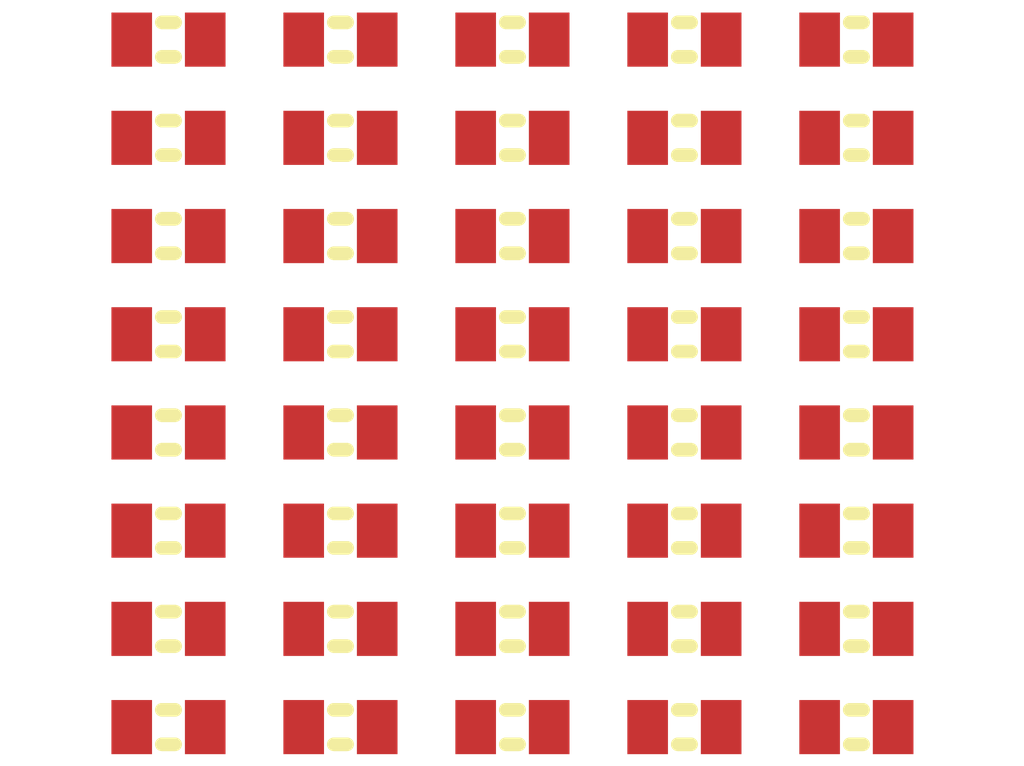
<source format=kicad_pcb>
(kicad_pcb (version 20170123) (host pcbnew "(2017-02-01 revision 9319ef0)-master")

  (general
    (links 0)
    (no_connects 0)
    (area 22.185476 16.554999 48.934524 31.705001)
    (thickness 1.6)
    (drawings 0)
    (tracks 0)
    (zones 0)
    (modules 40)
    (nets 1)
  )

  (page A4)
  (layers
    (0 F.Cu signal)
    (31 B.Cu signal)
    (32 B.Adhes user)
    (33 F.Adhes user)
    (34 B.Paste user)
    (35 F.Paste user)
    (36 B.SilkS user)
    (37 F.SilkS user)
    (38 B.Mask user)
    (39 F.Mask user)
    (40 Dwgs.User user)
    (41 Cmts.User user)
    (42 Eco1.User user)
    (43 Eco2.User user)
    (44 Edge.Cuts user)
    (45 Margin user)
    (46 B.CrtYd user)
    (47 F.CrtYd user)
    (48 B.Fab user)
    (49 F.Fab user)
  )

  (setup
    (last_trace_width 0.25)
    (trace_clearance 0.2)
    (zone_clearance 0.508)
    (zone_45_only no)
    (trace_min 0.2)
    (segment_width 0.2)
    (edge_width 0.15)
    (via_size 0.8)
    (via_drill 0.4)
    (via_min_size 0.4)
    (via_min_drill 0.3)
    (uvia_size 0.3)
    (uvia_drill 0.1)
    (uvias_allowed no)
    (uvia_min_size 0.2)
    (uvia_min_drill 0.1)
    (pcb_text_width 0.3)
    (pcb_text_size 1.5 1.5)
    (mod_edge_width 0.15)
    (mod_text_size 1 1)
    (mod_text_width 0.15)
    (pad_size 1.524 1.524)
    (pad_drill 0.762)
    (pad_to_mask_clearance 0.2)
    (aux_axis_origin 0 0)
    (visible_elements FFFFFF7F)
    (pcbplotparams
      (layerselection 0x00030_ffffffff)
      (usegerberextensions false)
      (excludeedgelayer true)
      (linewidth 0.100000)
      (plotframeref false)
      (viasonmask false)
      (mode 1)
      (useauxorigin false)
      (hpglpennumber 1)
      (hpglpenspeed 20)
      (hpglpendiameter 15)
      (psnegative false)
      (psa4output false)
      (plotreference true)
      (plotvalue true)
      (plotinvisibletext false)
      (padsonsilk false)
      (subtractmaskfromsilk false)
      (outputformat 1)
      (mirror false)
      (drillshape 1)
      (scaleselection 1)
      (outputdirectory ""))
  )

  (net 0 "")

  (net_class Default "This is the default net class."
    (clearance 0.2)
    (trace_width 0.25)
    (via_dia 0.8)
    (via_drill 0.4)
    (uvia_dia 0.3)
    (uvia_drill 0.1)
  )

  (module RESC2012X70 (layer F.Cu) (tedit 5893ACB5) (tstamp 5893B3A6)
    (at 31.115 33.02)
    (descr "Resistor,Chip;2.00mm L X 1.25mm W X 0.70mm H")
    (attr smd)
    (fp_text reference REF** (at 0 0) (layer F.SilkS) hide
      (effects (font (size 0.8 0.8) (thickness 0.15)))
    )
    (fp_text value RESC2012X70 (at 0 0) (layer F.Fab)
      (effects (font (size 0.8 0.8) (thickness 0.15)))
    )
    (fp_line (start -1.725 0.95) (end -1.725 -0.95) (layer F.CrtYd) (width 0.15))
    (fp_line (start 1.725 0.95) (end -1.725 0.95) (layer F.CrtYd) (width 0.15))
    (fp_line (start 1.725 -0.95) (end 1.725 0.95) (layer F.CrtYd) (width 0.15))
    (fp_line (start -1.725 -0.95) (end 1.725 -0.95) (layer F.CrtYd) (width 0.15))
    (fp_line (start 0.171 -0.446) (end -0.171 -0.446) (layer F.SilkS) (width 0.35))
    (fp_line (start -0.171 -0.446) (end 0.171 -0.446) (layer F.SilkS) (width 0.35))
    (fp_line (start 0.171 0.446) (end -0.171 0.446) (layer F.SilkS) (width 0.35))
    (fp_line (start -0.171 0.446) (end 0.171 0.446) (layer F.SilkS) (width 0.35))
    (pad 2 smd rect (at 0.95 0) (size 1.05 1.4) (layers F.Cu F.Paste F.Mask))
    (pad 1 smd rect (at -0.95 0) (size 1.05 1.4) (layers F.Cu F.Paste F.Mask))
    (model /home/kammutierspule/Gliderbits/kicad3Dmodels/generated/Resistors/Chip/EIA0805_METRIC2012/000.wrl
      (at (xyz 0 0 0))
      (scale (xyz 1 1 1))
      (rotate (xyz 0 0 0))
    )
  )

  (module RESC2012X70 (layer F.Cu) (tedit 5893ACB5) (tstamp 5893B399)
    (at 26.67 33.02)
    (descr "Resistor,Chip;2.00mm L X 1.25mm W X 0.70mm H")
    (attr smd)
    (fp_text reference REF** (at 0 0) (layer F.SilkS) hide
      (effects (font (size 0.8 0.8) (thickness 0.15)))
    )
    (fp_text value RESC2012X70 (at 0 0) (layer F.Fab)
      (effects (font (size 0.8 0.8) (thickness 0.15)))
    )
    (fp_line (start -0.171 0.446) (end 0.171 0.446) (layer F.SilkS) (width 0.35))
    (fp_line (start 0.171 0.446) (end -0.171 0.446) (layer F.SilkS) (width 0.35))
    (fp_line (start -0.171 -0.446) (end 0.171 -0.446) (layer F.SilkS) (width 0.35))
    (fp_line (start 0.171 -0.446) (end -0.171 -0.446) (layer F.SilkS) (width 0.35))
    (fp_line (start -1.725 -0.95) (end 1.725 -0.95) (layer F.CrtYd) (width 0.15))
    (fp_line (start 1.725 -0.95) (end 1.725 0.95) (layer F.CrtYd) (width 0.15))
    (fp_line (start 1.725 0.95) (end -1.725 0.95) (layer F.CrtYd) (width 0.15))
    (fp_line (start -1.725 0.95) (end -1.725 -0.95) (layer F.CrtYd) (width 0.15))
    (pad 1 smd rect (at -0.95 0) (size 1.05 1.4) (layers F.Cu F.Paste F.Mask))
    (pad 2 smd rect (at 0.95 0) (size 1.05 1.4) (layers F.Cu F.Paste F.Mask))
    (model /home/kammutierspule/Gliderbits/kicad3Dmodels/generated/Resistors/Chip/EIA0805_METRIC2012/000.wrl
      (at (xyz 0 0 0))
      (scale (xyz 1 1 1))
      (rotate (xyz 0 0 0))
    )
  )

  (module RESC2012X70 (layer F.Cu) (tedit 5893ACB5) (tstamp 5893B38C)
    (at 44.45 33.02)
    (descr "Resistor,Chip;2.00mm L X 1.25mm W X 0.70mm H")
    (attr smd)
    (fp_text reference REF** (at 0 0) (layer F.SilkS) hide
      (effects (font (size 0.8 0.8) (thickness 0.15)))
    )
    (fp_text value RESC2012X70 (at 0 0) (layer F.Fab)
      (effects (font (size 0.8 0.8) (thickness 0.15)))
    )
    (fp_line (start -0.171 0.446) (end 0.171 0.446) (layer F.SilkS) (width 0.35))
    (fp_line (start 0.171 0.446) (end -0.171 0.446) (layer F.SilkS) (width 0.35))
    (fp_line (start -0.171 -0.446) (end 0.171 -0.446) (layer F.SilkS) (width 0.35))
    (fp_line (start 0.171 -0.446) (end -0.171 -0.446) (layer F.SilkS) (width 0.35))
    (fp_line (start -1.725 -0.95) (end 1.725 -0.95) (layer F.CrtYd) (width 0.15))
    (fp_line (start 1.725 -0.95) (end 1.725 0.95) (layer F.CrtYd) (width 0.15))
    (fp_line (start 1.725 0.95) (end -1.725 0.95) (layer F.CrtYd) (width 0.15))
    (fp_line (start -1.725 0.95) (end -1.725 -0.95) (layer F.CrtYd) (width 0.15))
    (pad 1 smd rect (at -0.95 0) (size 1.05 1.4) (layers F.Cu F.Paste F.Mask))
    (pad 2 smd rect (at 0.95 0) (size 1.05 1.4) (layers F.Cu F.Paste F.Mask))
    (model /home/kammutierspule/Gliderbits/kicad3Dmodels/generated/Resistors/Chip/EIA0805_METRIC2012/000.wrl
      (at (xyz 0 0 0))
      (scale (xyz 1 1 1))
      (rotate (xyz 0 0 0))
    )
  )

  (module RESC2012X70 (layer F.Cu) (tedit 5893ACB5) (tstamp 5893B37F)
    (at 40.005 33.02)
    (descr "Resistor,Chip;2.00mm L X 1.25mm W X 0.70mm H")
    (attr smd)
    (fp_text reference REF** (at 0 0) (layer F.SilkS) hide
      (effects (font (size 0.8 0.8) (thickness 0.15)))
    )
    (fp_text value RESC2012X70 (at 0 0) (layer F.Fab)
      (effects (font (size 0.8 0.8) (thickness 0.15)))
    )
    (fp_line (start -1.725 0.95) (end -1.725 -0.95) (layer F.CrtYd) (width 0.15))
    (fp_line (start 1.725 0.95) (end -1.725 0.95) (layer F.CrtYd) (width 0.15))
    (fp_line (start 1.725 -0.95) (end 1.725 0.95) (layer F.CrtYd) (width 0.15))
    (fp_line (start -1.725 -0.95) (end 1.725 -0.95) (layer F.CrtYd) (width 0.15))
    (fp_line (start 0.171 -0.446) (end -0.171 -0.446) (layer F.SilkS) (width 0.35))
    (fp_line (start -0.171 -0.446) (end 0.171 -0.446) (layer F.SilkS) (width 0.35))
    (fp_line (start 0.171 0.446) (end -0.171 0.446) (layer F.SilkS) (width 0.35))
    (fp_line (start -0.171 0.446) (end 0.171 0.446) (layer F.SilkS) (width 0.35))
    (pad 2 smd rect (at 0.95 0) (size 1.05 1.4) (layers F.Cu F.Paste F.Mask))
    (pad 1 smd rect (at -0.95 0) (size 1.05 1.4) (layers F.Cu F.Paste F.Mask))
    (model /home/kammutierspule/Gliderbits/kicad3Dmodels/generated/Resistors/Chip/EIA0805_METRIC2012/000.wrl
      (at (xyz 0 0 0))
      (scale (xyz 1 1 1))
      (rotate (xyz 0 0 0))
    )
  )

  (module RESC2012X70 (layer F.Cu) (tedit 5893ACB5) (tstamp 5893B372)
    (at 35.56 33.02)
    (descr "Resistor,Chip;2.00mm L X 1.25mm W X 0.70mm H")
    (attr smd)
    (fp_text reference REF** (at 0 0) (layer F.SilkS) hide
      (effects (font (size 0.8 0.8) (thickness 0.15)))
    )
    (fp_text value RESC2012X70 (at 0 0) (layer F.Fab)
      (effects (font (size 0.8 0.8) (thickness 0.15)))
    )
    (fp_line (start -0.171 0.446) (end 0.171 0.446) (layer F.SilkS) (width 0.35))
    (fp_line (start 0.171 0.446) (end -0.171 0.446) (layer F.SilkS) (width 0.35))
    (fp_line (start -0.171 -0.446) (end 0.171 -0.446) (layer F.SilkS) (width 0.35))
    (fp_line (start 0.171 -0.446) (end -0.171 -0.446) (layer F.SilkS) (width 0.35))
    (fp_line (start -1.725 -0.95) (end 1.725 -0.95) (layer F.CrtYd) (width 0.15))
    (fp_line (start 1.725 -0.95) (end 1.725 0.95) (layer F.CrtYd) (width 0.15))
    (fp_line (start 1.725 0.95) (end -1.725 0.95) (layer F.CrtYd) (width 0.15))
    (fp_line (start -1.725 0.95) (end -1.725 -0.95) (layer F.CrtYd) (width 0.15))
    (pad 1 smd rect (at -0.95 0) (size 1.05 1.4) (layers F.Cu F.Paste F.Mask))
    (pad 2 smd rect (at 0.95 0) (size 1.05 1.4) (layers F.Cu F.Paste F.Mask))
    (model /home/kammutierspule/Gliderbits/kicad3Dmodels/generated/Resistors/Chip/EIA0805_METRIC2012/000.wrl
      (at (xyz 0 0 0))
      (scale (xyz 1 1 1))
      (rotate (xyz 0 0 0))
    )
  )

  (module RESC2012X70 (layer F.Cu) (tedit 5893ACB5) (tstamp 5893B365)
    (at 31.115 15.24)
    (descr "Resistor,Chip;2.00mm L X 1.25mm W X 0.70mm H")
    (attr smd)
    (fp_text reference REF** (at 0 0) (layer F.SilkS) hide
      (effects (font (size 0.8 0.8) (thickness 0.15)))
    )
    (fp_text value RESC2012X70 (at 0 0) (layer F.Fab)
      (effects (font (size 0.8 0.8) (thickness 0.15)))
    )
    (fp_line (start -0.171 0.446) (end 0.171 0.446) (layer F.SilkS) (width 0.35))
    (fp_line (start 0.171 0.446) (end -0.171 0.446) (layer F.SilkS) (width 0.35))
    (fp_line (start -0.171 -0.446) (end 0.171 -0.446) (layer F.SilkS) (width 0.35))
    (fp_line (start 0.171 -0.446) (end -0.171 -0.446) (layer F.SilkS) (width 0.35))
    (fp_line (start -1.725 -0.95) (end 1.725 -0.95) (layer F.CrtYd) (width 0.15))
    (fp_line (start 1.725 -0.95) (end 1.725 0.95) (layer F.CrtYd) (width 0.15))
    (fp_line (start 1.725 0.95) (end -1.725 0.95) (layer F.CrtYd) (width 0.15))
    (fp_line (start -1.725 0.95) (end -1.725 -0.95) (layer F.CrtYd) (width 0.15))
    (pad 1 smd rect (at -0.95 0) (size 1.05 1.4) (layers F.Cu F.Paste F.Mask))
    (pad 2 smd rect (at 0.95 0) (size 1.05 1.4) (layers F.Cu F.Paste F.Mask))
    (model /home/kammutierspule/Gliderbits/kicad3Dmodels/generated/Resistors/Chip/EIA0805_METRIC2012/000.wrl
      (at (xyz 0 0 0))
      (scale (xyz 1 1 1))
      (rotate (xyz 0 0 0))
    )
  )

  (module RESC2012X70 (layer F.Cu) (tedit 5893ACB5) (tstamp 5893B358)
    (at 26.67 15.24)
    (descr "Resistor,Chip;2.00mm L X 1.25mm W X 0.70mm H")
    (attr smd)
    (fp_text reference REF** (at 0 0) (layer F.SilkS) hide
      (effects (font (size 0.8 0.8) (thickness 0.15)))
    )
    (fp_text value RESC2012X70 (at 0 0) (layer F.Fab)
      (effects (font (size 0.8 0.8) (thickness 0.15)))
    )
    (fp_line (start -1.725 0.95) (end -1.725 -0.95) (layer F.CrtYd) (width 0.15))
    (fp_line (start 1.725 0.95) (end -1.725 0.95) (layer F.CrtYd) (width 0.15))
    (fp_line (start 1.725 -0.95) (end 1.725 0.95) (layer F.CrtYd) (width 0.15))
    (fp_line (start -1.725 -0.95) (end 1.725 -0.95) (layer F.CrtYd) (width 0.15))
    (fp_line (start 0.171 -0.446) (end -0.171 -0.446) (layer F.SilkS) (width 0.35))
    (fp_line (start -0.171 -0.446) (end 0.171 -0.446) (layer F.SilkS) (width 0.35))
    (fp_line (start 0.171 0.446) (end -0.171 0.446) (layer F.SilkS) (width 0.35))
    (fp_line (start -0.171 0.446) (end 0.171 0.446) (layer F.SilkS) (width 0.35))
    (pad 2 smd rect (at 0.95 0) (size 1.05 1.4) (layers F.Cu F.Paste F.Mask))
    (pad 1 smd rect (at -0.95 0) (size 1.05 1.4) (layers F.Cu F.Paste F.Mask))
    (model /home/kammutierspule/Gliderbits/kicad3Dmodels/generated/Resistors/Chip/EIA0805_METRIC2012/000.wrl
      (at (xyz 0 0 0))
      (scale (xyz 1 1 1))
      (rotate (xyz 0 0 0))
    )
  )

  (module RESC2012X70 (layer F.Cu) (tedit 5893ACB5) (tstamp 5893B34B)
    (at 35.56 15.24)
    (descr "Resistor,Chip;2.00mm L X 1.25mm W X 0.70mm H")
    (attr smd)
    (fp_text reference REF** (at 0 0) (layer F.SilkS) hide
      (effects (font (size 0.8 0.8) (thickness 0.15)))
    )
    (fp_text value RESC2012X70 (at 0 0) (layer F.Fab)
      (effects (font (size 0.8 0.8) (thickness 0.15)))
    )
    (fp_line (start -1.725 0.95) (end -1.725 -0.95) (layer F.CrtYd) (width 0.15))
    (fp_line (start 1.725 0.95) (end -1.725 0.95) (layer F.CrtYd) (width 0.15))
    (fp_line (start 1.725 -0.95) (end 1.725 0.95) (layer F.CrtYd) (width 0.15))
    (fp_line (start -1.725 -0.95) (end 1.725 -0.95) (layer F.CrtYd) (width 0.15))
    (fp_line (start 0.171 -0.446) (end -0.171 -0.446) (layer F.SilkS) (width 0.35))
    (fp_line (start -0.171 -0.446) (end 0.171 -0.446) (layer F.SilkS) (width 0.35))
    (fp_line (start 0.171 0.446) (end -0.171 0.446) (layer F.SilkS) (width 0.35))
    (fp_line (start -0.171 0.446) (end 0.171 0.446) (layer F.SilkS) (width 0.35))
    (pad 2 smd rect (at 0.95 0) (size 1.05 1.4) (layers F.Cu F.Paste F.Mask))
    (pad 1 smd rect (at -0.95 0) (size 1.05 1.4) (layers F.Cu F.Paste F.Mask))
    (model /home/kammutierspule/Gliderbits/kicad3Dmodels/generated/Resistors/Chip/EIA0805_METRIC2012/000.wrl
      (at (xyz 0 0 0))
      (scale (xyz 1 1 1))
      (rotate (xyz 0 0 0))
    )
  )

  (module RESC2012X70 (layer F.Cu) (tedit 5893ACB5) (tstamp 5893B33E)
    (at 40.005 15.24)
    (descr "Resistor,Chip;2.00mm L X 1.25mm W X 0.70mm H")
    (attr smd)
    (fp_text reference REF** (at 0 0) (layer F.SilkS) hide
      (effects (font (size 0.8 0.8) (thickness 0.15)))
    )
    (fp_text value RESC2012X70 (at 0 0) (layer F.Fab)
      (effects (font (size 0.8 0.8) (thickness 0.15)))
    )
    (fp_line (start -0.171 0.446) (end 0.171 0.446) (layer F.SilkS) (width 0.35))
    (fp_line (start 0.171 0.446) (end -0.171 0.446) (layer F.SilkS) (width 0.35))
    (fp_line (start -0.171 -0.446) (end 0.171 -0.446) (layer F.SilkS) (width 0.35))
    (fp_line (start 0.171 -0.446) (end -0.171 -0.446) (layer F.SilkS) (width 0.35))
    (fp_line (start -1.725 -0.95) (end 1.725 -0.95) (layer F.CrtYd) (width 0.15))
    (fp_line (start 1.725 -0.95) (end 1.725 0.95) (layer F.CrtYd) (width 0.15))
    (fp_line (start 1.725 0.95) (end -1.725 0.95) (layer F.CrtYd) (width 0.15))
    (fp_line (start -1.725 0.95) (end -1.725 -0.95) (layer F.CrtYd) (width 0.15))
    (pad 1 smd rect (at -0.95 0) (size 1.05 1.4) (layers F.Cu F.Paste F.Mask))
    (pad 2 smd rect (at 0.95 0) (size 1.05 1.4) (layers F.Cu F.Paste F.Mask))
    (model /home/kammutierspule/Gliderbits/kicad3Dmodels/generated/Resistors/Chip/EIA0805_METRIC2012/000.wrl
      (at (xyz 0 0 0))
      (scale (xyz 1 1 1))
      (rotate (xyz 0 0 0))
    )
  )

  (module RESC2012X70 (layer F.Cu) (tedit 5893ACB5) (tstamp 5893B331)
    (at 44.45 15.24)
    (descr "Resistor,Chip;2.00mm L X 1.25mm W X 0.70mm H")
    (attr smd)
    (fp_text reference REF** (at 0 0) (layer F.SilkS) hide
      (effects (font (size 0.8 0.8) (thickness 0.15)))
    )
    (fp_text value RESC2012X70 (at 0 0) (layer F.Fab)
      (effects (font (size 0.8 0.8) (thickness 0.15)))
    )
    (fp_line (start -1.725 0.95) (end -1.725 -0.95) (layer F.CrtYd) (width 0.15))
    (fp_line (start 1.725 0.95) (end -1.725 0.95) (layer F.CrtYd) (width 0.15))
    (fp_line (start 1.725 -0.95) (end 1.725 0.95) (layer F.CrtYd) (width 0.15))
    (fp_line (start -1.725 -0.95) (end 1.725 -0.95) (layer F.CrtYd) (width 0.15))
    (fp_line (start 0.171 -0.446) (end -0.171 -0.446) (layer F.SilkS) (width 0.35))
    (fp_line (start -0.171 -0.446) (end 0.171 -0.446) (layer F.SilkS) (width 0.35))
    (fp_line (start 0.171 0.446) (end -0.171 0.446) (layer F.SilkS) (width 0.35))
    (fp_line (start -0.171 0.446) (end 0.171 0.446) (layer F.SilkS) (width 0.35))
    (pad 2 smd rect (at 0.95 0) (size 1.05 1.4) (layers F.Cu F.Paste F.Mask))
    (pad 1 smd rect (at -0.95 0) (size 1.05 1.4) (layers F.Cu F.Paste F.Mask))
    (model /home/kammutierspule/Gliderbits/kicad3Dmodels/generated/Resistors/Chip/EIA0805_METRIC2012/000.wrl
      (at (xyz 0 0 0))
      (scale (xyz 1 1 1))
      (rotate (xyz 0 0 0))
    )
  )

  (module RESC2012X70 (layer F.Cu) (tedit 5893ACB5) (tstamp 5893B307)
    (at 35.56 17.78)
    (descr "Resistor,Chip;2.00mm L X 1.25mm W X 0.70mm H")
    (attr smd)
    (fp_text reference REF** (at 0 0) (layer F.SilkS) hide
      (effects (font (size 0.8 0.8) (thickness 0.15)))
    )
    (fp_text value RESC2012X70 (at 0 0) (layer F.Fab)
      (effects (font (size 0.8 0.8) (thickness 0.15)))
    )
    (fp_line (start -0.171 0.446) (end 0.171 0.446) (layer F.SilkS) (width 0.35))
    (fp_line (start 0.171 0.446) (end -0.171 0.446) (layer F.SilkS) (width 0.35))
    (fp_line (start -0.171 -0.446) (end 0.171 -0.446) (layer F.SilkS) (width 0.35))
    (fp_line (start 0.171 -0.446) (end -0.171 -0.446) (layer F.SilkS) (width 0.35))
    (fp_line (start -1.725 -0.95) (end 1.725 -0.95) (layer F.CrtYd) (width 0.15))
    (fp_line (start 1.725 -0.95) (end 1.725 0.95) (layer F.CrtYd) (width 0.15))
    (fp_line (start 1.725 0.95) (end -1.725 0.95) (layer F.CrtYd) (width 0.15))
    (fp_line (start -1.725 0.95) (end -1.725 -0.95) (layer F.CrtYd) (width 0.15))
    (pad 1 smd rect (at -0.95 0) (size 1.05 1.4) (layers F.Cu F.Paste F.Mask))
    (pad 2 smd rect (at 0.95 0) (size 1.05 1.4) (layers F.Cu F.Paste F.Mask))
    (model /home/kammutierspule/Gliderbits/kicad3Dmodels/generated/Resistors/Chip/EIA0805_METRIC2012/000.wrl
      (at (xyz 0 0 0))
      (scale (xyz 1 1 1))
      (rotate (xyz 0 0 0))
    )
  )

  (module RESC2012X70 (layer F.Cu) (tedit 5893ACB5) (tstamp 5893B2FA)
    (at 31.115 17.78)
    (descr "Resistor,Chip;2.00mm L X 1.25mm W X 0.70mm H")
    (attr smd)
    (fp_text reference REF** (at 0 0) (layer F.SilkS) hide
      (effects (font (size 0.8 0.8) (thickness 0.15)))
    )
    (fp_text value RESC2012X70 (at 0 0) (layer F.Fab)
      (effects (font (size 0.8 0.8) (thickness 0.15)))
    )
    (fp_line (start -1.725 0.95) (end -1.725 -0.95) (layer F.CrtYd) (width 0.15))
    (fp_line (start 1.725 0.95) (end -1.725 0.95) (layer F.CrtYd) (width 0.15))
    (fp_line (start 1.725 -0.95) (end 1.725 0.95) (layer F.CrtYd) (width 0.15))
    (fp_line (start -1.725 -0.95) (end 1.725 -0.95) (layer F.CrtYd) (width 0.15))
    (fp_line (start 0.171 -0.446) (end -0.171 -0.446) (layer F.SilkS) (width 0.35))
    (fp_line (start -0.171 -0.446) (end 0.171 -0.446) (layer F.SilkS) (width 0.35))
    (fp_line (start 0.171 0.446) (end -0.171 0.446) (layer F.SilkS) (width 0.35))
    (fp_line (start -0.171 0.446) (end 0.171 0.446) (layer F.SilkS) (width 0.35))
    (pad 2 smd rect (at 0.95 0) (size 1.05 1.4) (layers F.Cu F.Paste F.Mask))
    (pad 1 smd rect (at -0.95 0) (size 1.05 1.4) (layers F.Cu F.Paste F.Mask))
    (model /home/kammutierspule/Gliderbits/kicad3Dmodels/generated/Resistors/Chip/EIA0805_METRIC2012/000.wrl
      (at (xyz 0 0 0))
      (scale (xyz 1 1 1))
      (rotate (xyz 0 0 0))
    )
  )

  (module RESC2012X70 (layer F.Cu) (tedit 5893ACB5) (tstamp 5893B084)
    (at 26.67 17.78)
    (descr "Resistor,Chip;2.00mm L X 1.25mm W X 0.70mm H")
    (attr smd)
    (fp_text reference REF** (at 0 0) (layer F.SilkS) hide
      (effects (font (size 0.8 0.8) (thickness 0.15)))
    )
    (fp_text value RESC2012X70 (at 0 0) (layer F.Fab)
      (effects (font (size 0.8 0.8) (thickness 0.15)))
    )
    (fp_line (start -0.171 0.446) (end 0.171 0.446) (layer F.SilkS) (width 0.35))
    (fp_line (start 0.171 0.446) (end -0.171 0.446) (layer F.SilkS) (width 0.35))
    (fp_line (start -0.171 -0.446) (end 0.171 -0.446) (layer F.SilkS) (width 0.35))
    (fp_line (start 0.171 -0.446) (end -0.171 -0.446) (layer F.SilkS) (width 0.35))
    (fp_line (start -1.725 -0.95) (end 1.725 -0.95) (layer F.CrtYd) (width 0.15))
    (fp_line (start 1.725 -0.95) (end 1.725 0.95) (layer F.CrtYd) (width 0.15))
    (fp_line (start 1.725 0.95) (end -1.725 0.95) (layer F.CrtYd) (width 0.15))
    (fp_line (start -1.725 0.95) (end -1.725 -0.95) (layer F.CrtYd) (width 0.15))
    (pad 1 smd rect (at -0.95 0) (size 1.05 1.4) (layers F.Cu F.Paste F.Mask))
    (pad 2 smd rect (at 0.95 0) (size 1.05 1.4) (layers F.Cu F.Paste F.Mask))
    (model /home/kammutierspule/Gliderbits/kicad3Dmodels/generated/Resistors/Chip/EIA0805_METRIC2012/000.wrl
      (at (xyz 0 0 0))
      (scale (xyz 1 1 1))
      (rotate (xyz 0 0 0))
    )
  )

  (module RESC2012X70 (layer F.Cu) (tedit 5893ACB5) (tstamp 5893B077)
    (at 40.005 17.78)
    (descr "Resistor,Chip;2.00mm L X 1.25mm W X 0.70mm H")
    (attr smd)
    (fp_text reference REF** (at 0 0) (layer F.SilkS) hide
      (effects (font (size 0.8 0.8) (thickness 0.15)))
    )
    (fp_text value RESC2012X70 (at 0 0) (layer F.Fab)
      (effects (font (size 0.8 0.8) (thickness 0.15)))
    )
    (fp_line (start -1.725 0.95) (end -1.725 -0.95) (layer F.CrtYd) (width 0.15))
    (fp_line (start 1.725 0.95) (end -1.725 0.95) (layer F.CrtYd) (width 0.15))
    (fp_line (start 1.725 -0.95) (end 1.725 0.95) (layer F.CrtYd) (width 0.15))
    (fp_line (start -1.725 -0.95) (end 1.725 -0.95) (layer F.CrtYd) (width 0.15))
    (fp_line (start 0.171 -0.446) (end -0.171 -0.446) (layer F.SilkS) (width 0.35))
    (fp_line (start -0.171 -0.446) (end 0.171 -0.446) (layer F.SilkS) (width 0.35))
    (fp_line (start 0.171 0.446) (end -0.171 0.446) (layer F.SilkS) (width 0.35))
    (fp_line (start -0.171 0.446) (end 0.171 0.446) (layer F.SilkS) (width 0.35))
    (pad 2 smd rect (at 0.95 0) (size 1.05 1.4) (layers F.Cu F.Paste F.Mask))
    (pad 1 smd rect (at -0.95 0) (size 1.05 1.4) (layers F.Cu F.Paste F.Mask))
    (model /home/kammutierspule/Gliderbits/kicad3Dmodels/generated/Resistors/Chip/EIA0805_METRIC2012/000.wrl
      (at (xyz 0 0 0))
      (scale (xyz 1 1 1))
      (rotate (xyz 0 0 0))
    )
  )

  (module RESC2012X70 (layer F.Cu) (tedit 5893ACB5) (tstamp 5893B06A)
    (at 44.45 17.78)
    (descr "Resistor,Chip;2.00mm L X 1.25mm W X 0.70mm H")
    (attr smd)
    (fp_text reference REF** (at 0 0) (layer F.SilkS) hide
      (effects (font (size 0.8 0.8) (thickness 0.15)))
    )
    (fp_text value RESC2012X70 (at 0 0) (layer F.Fab)
      (effects (font (size 0.8 0.8) (thickness 0.15)))
    )
    (fp_line (start -0.171 0.446) (end 0.171 0.446) (layer F.SilkS) (width 0.35))
    (fp_line (start 0.171 0.446) (end -0.171 0.446) (layer F.SilkS) (width 0.35))
    (fp_line (start -0.171 -0.446) (end 0.171 -0.446) (layer F.SilkS) (width 0.35))
    (fp_line (start 0.171 -0.446) (end -0.171 -0.446) (layer F.SilkS) (width 0.35))
    (fp_line (start -1.725 -0.95) (end 1.725 -0.95) (layer F.CrtYd) (width 0.15))
    (fp_line (start 1.725 -0.95) (end 1.725 0.95) (layer F.CrtYd) (width 0.15))
    (fp_line (start 1.725 0.95) (end -1.725 0.95) (layer F.CrtYd) (width 0.15))
    (fp_line (start -1.725 0.95) (end -1.725 -0.95) (layer F.CrtYd) (width 0.15))
    (pad 1 smd rect (at -0.95 0) (size 1.05 1.4) (layers F.Cu F.Paste F.Mask))
    (pad 2 smd rect (at 0.95 0) (size 1.05 1.4) (layers F.Cu F.Paste F.Mask))
    (model /home/kammutierspule/Gliderbits/kicad3Dmodels/generated/Resistors/Chip/EIA0805_METRIC2012/000.wrl
      (at (xyz 0 0 0))
      (scale (xyz 1 1 1))
      (rotate (xyz 0 0 0))
    )
  )

  (module RESC2012X70 (layer F.Cu) (tedit 5893ACB5) (tstamp 5893B05D)
    (at 44.45 20.32)
    (descr "Resistor,Chip;2.00mm L X 1.25mm W X 0.70mm H")
    (attr smd)
    (fp_text reference REF** (at 0 0) (layer F.SilkS) hide
      (effects (font (size 0.8 0.8) (thickness 0.15)))
    )
    (fp_text value RESC2012X70 (at 0 0) (layer F.Fab)
      (effects (font (size 0.8 0.8) (thickness 0.15)))
    )
    (fp_line (start -1.725 0.95) (end -1.725 -0.95) (layer F.CrtYd) (width 0.15))
    (fp_line (start 1.725 0.95) (end -1.725 0.95) (layer F.CrtYd) (width 0.15))
    (fp_line (start 1.725 -0.95) (end 1.725 0.95) (layer F.CrtYd) (width 0.15))
    (fp_line (start -1.725 -0.95) (end 1.725 -0.95) (layer F.CrtYd) (width 0.15))
    (fp_line (start 0.171 -0.446) (end -0.171 -0.446) (layer F.SilkS) (width 0.35))
    (fp_line (start -0.171 -0.446) (end 0.171 -0.446) (layer F.SilkS) (width 0.35))
    (fp_line (start 0.171 0.446) (end -0.171 0.446) (layer F.SilkS) (width 0.35))
    (fp_line (start -0.171 0.446) (end 0.171 0.446) (layer F.SilkS) (width 0.35))
    (pad 2 smd rect (at 0.95 0) (size 1.05 1.4) (layers F.Cu F.Paste F.Mask))
    (pad 1 smd rect (at -0.95 0) (size 1.05 1.4) (layers F.Cu F.Paste F.Mask))
    (model /home/kammutierspule/Gliderbits/kicad3Dmodels/generated/Resistors/Chip/EIA0805_METRIC2012/000.wrl
      (at (xyz 0 0 0))
      (scale (xyz 1 1 1))
      (rotate (xyz 0 0 0))
    )
  )

  (module RESC2012X70 (layer F.Cu) (tedit 5893ACB5) (tstamp 5893B050)
    (at 44.45 22.86)
    (descr "Resistor,Chip;2.00mm L X 1.25mm W X 0.70mm H")
    (attr smd)
    (fp_text reference REF** (at 0 0) (layer F.SilkS) hide
      (effects (font (size 0.8 0.8) (thickness 0.15)))
    )
    (fp_text value RESC2012X70 (at 0 0) (layer F.Fab)
      (effects (font (size 0.8 0.8) (thickness 0.15)))
    )
    (fp_line (start -0.171 0.446) (end 0.171 0.446) (layer F.SilkS) (width 0.35))
    (fp_line (start 0.171 0.446) (end -0.171 0.446) (layer F.SilkS) (width 0.35))
    (fp_line (start -0.171 -0.446) (end 0.171 -0.446) (layer F.SilkS) (width 0.35))
    (fp_line (start 0.171 -0.446) (end -0.171 -0.446) (layer F.SilkS) (width 0.35))
    (fp_line (start -1.725 -0.95) (end 1.725 -0.95) (layer F.CrtYd) (width 0.15))
    (fp_line (start 1.725 -0.95) (end 1.725 0.95) (layer F.CrtYd) (width 0.15))
    (fp_line (start 1.725 0.95) (end -1.725 0.95) (layer F.CrtYd) (width 0.15))
    (fp_line (start -1.725 0.95) (end -1.725 -0.95) (layer F.CrtYd) (width 0.15))
    (pad 1 smd rect (at -0.95 0) (size 1.05 1.4) (layers F.Cu F.Paste F.Mask))
    (pad 2 smd rect (at 0.95 0) (size 1.05 1.4) (layers F.Cu F.Paste F.Mask))
    (model /home/kammutierspule/Gliderbits/kicad3Dmodels/generated/Resistors/Chip/EIA0805_METRIC2012/000.wrl
      (at (xyz 0 0 0))
      (scale (xyz 1 1 1))
      (rotate (xyz 0 0 0))
    )
  )

  (module RESC2012X70 (layer F.Cu) (tedit 5893ACB5) (tstamp 5893B043)
    (at 44.45 25.4)
    (descr "Resistor,Chip;2.00mm L X 1.25mm W X 0.70mm H")
    (attr smd)
    (fp_text reference REF** (at 0 0) (layer F.SilkS) hide
      (effects (font (size 0.8 0.8) (thickness 0.15)))
    )
    (fp_text value RESC2012X70 (at 0 0) (layer F.Fab)
      (effects (font (size 0.8 0.8) (thickness 0.15)))
    )
    (fp_line (start -1.725 0.95) (end -1.725 -0.95) (layer F.CrtYd) (width 0.15))
    (fp_line (start 1.725 0.95) (end -1.725 0.95) (layer F.CrtYd) (width 0.15))
    (fp_line (start 1.725 -0.95) (end 1.725 0.95) (layer F.CrtYd) (width 0.15))
    (fp_line (start -1.725 -0.95) (end 1.725 -0.95) (layer F.CrtYd) (width 0.15))
    (fp_line (start 0.171 -0.446) (end -0.171 -0.446) (layer F.SilkS) (width 0.35))
    (fp_line (start -0.171 -0.446) (end 0.171 -0.446) (layer F.SilkS) (width 0.35))
    (fp_line (start 0.171 0.446) (end -0.171 0.446) (layer F.SilkS) (width 0.35))
    (fp_line (start -0.171 0.446) (end 0.171 0.446) (layer F.SilkS) (width 0.35))
    (pad 2 smd rect (at 0.95 0) (size 1.05 1.4) (layers F.Cu F.Paste F.Mask))
    (pad 1 smd rect (at -0.95 0) (size 1.05 1.4) (layers F.Cu F.Paste F.Mask))
    (model /home/kammutierspule/Gliderbits/kicad3Dmodels/generated/Resistors/Chip/EIA0805_METRIC2012/000.wrl
      (at (xyz 0 0 0))
      (scale (xyz 1 1 1))
      (rotate (xyz 0 0 0))
    )
  )

  (module RESC2012X70 (layer F.Cu) (tedit 5893ACB5) (tstamp 5893B036)
    (at 44.45 27.94)
    (descr "Resistor,Chip;2.00mm L X 1.25mm W X 0.70mm H")
    (attr smd)
    (fp_text reference REF** (at 0 0) (layer F.SilkS) hide
      (effects (font (size 0.8 0.8) (thickness 0.15)))
    )
    (fp_text value RESC2012X70 (at 0 0) (layer F.Fab)
      (effects (font (size 0.8 0.8) (thickness 0.15)))
    )
    (fp_line (start -0.171 0.446) (end 0.171 0.446) (layer F.SilkS) (width 0.35))
    (fp_line (start 0.171 0.446) (end -0.171 0.446) (layer F.SilkS) (width 0.35))
    (fp_line (start -0.171 -0.446) (end 0.171 -0.446) (layer F.SilkS) (width 0.35))
    (fp_line (start 0.171 -0.446) (end -0.171 -0.446) (layer F.SilkS) (width 0.35))
    (fp_line (start -1.725 -0.95) (end 1.725 -0.95) (layer F.CrtYd) (width 0.15))
    (fp_line (start 1.725 -0.95) (end 1.725 0.95) (layer F.CrtYd) (width 0.15))
    (fp_line (start 1.725 0.95) (end -1.725 0.95) (layer F.CrtYd) (width 0.15))
    (fp_line (start -1.725 0.95) (end -1.725 -0.95) (layer F.CrtYd) (width 0.15))
    (pad 1 smd rect (at -0.95 0) (size 1.05 1.4) (layers F.Cu F.Paste F.Mask))
    (pad 2 smd rect (at 0.95 0) (size 1.05 1.4) (layers F.Cu F.Paste F.Mask))
    (model /home/kammutierspule/Gliderbits/kicad3Dmodels/generated/Resistors/Chip/EIA0805_METRIC2012/000.wrl
      (at (xyz 0 0 0))
      (scale (xyz 1 1 1))
      (rotate (xyz 0 0 0))
    )
  )

  (module RESC2012X70 (layer F.Cu) (tedit 5893ACB5) (tstamp 5893B029)
    (at 44.45 30.48)
    (descr "Resistor,Chip;2.00mm L X 1.25mm W X 0.70mm H")
    (attr smd)
    (fp_text reference REF** (at 0 0) (layer F.SilkS) hide
      (effects (font (size 0.8 0.8) (thickness 0.15)))
    )
    (fp_text value RESC2012X70 (at 0 0) (layer F.Fab)
      (effects (font (size 0.8 0.8) (thickness 0.15)))
    )
    (fp_line (start -1.725 0.95) (end -1.725 -0.95) (layer F.CrtYd) (width 0.15))
    (fp_line (start 1.725 0.95) (end -1.725 0.95) (layer F.CrtYd) (width 0.15))
    (fp_line (start 1.725 -0.95) (end 1.725 0.95) (layer F.CrtYd) (width 0.15))
    (fp_line (start -1.725 -0.95) (end 1.725 -0.95) (layer F.CrtYd) (width 0.15))
    (fp_line (start 0.171 -0.446) (end -0.171 -0.446) (layer F.SilkS) (width 0.35))
    (fp_line (start -0.171 -0.446) (end 0.171 -0.446) (layer F.SilkS) (width 0.35))
    (fp_line (start 0.171 0.446) (end -0.171 0.446) (layer F.SilkS) (width 0.35))
    (fp_line (start -0.171 0.446) (end 0.171 0.446) (layer F.SilkS) (width 0.35))
    (pad 2 smd rect (at 0.95 0) (size 1.05 1.4) (layers F.Cu F.Paste F.Mask))
    (pad 1 smd rect (at -0.95 0) (size 1.05 1.4) (layers F.Cu F.Paste F.Mask))
    (model /home/kammutierspule/Gliderbits/kicad3Dmodels/generated/Resistors/Chip/EIA0805_METRIC2012/000.wrl
      (at (xyz 0 0 0))
      (scale (xyz 1 1 1))
      (rotate (xyz 0 0 0))
    )
  )

  (module RESC2012X70 (layer F.Cu) (tedit 5893ACB5) (tstamp 5893B01C)
    (at 40.005 30.48)
    (descr "Resistor,Chip;2.00mm L X 1.25mm W X 0.70mm H")
    (attr smd)
    (fp_text reference REF** (at 0 0) (layer F.SilkS) hide
      (effects (font (size 0.8 0.8) (thickness 0.15)))
    )
    (fp_text value RESC2012X70 (at 0 0) (layer F.Fab)
      (effects (font (size 0.8 0.8) (thickness 0.15)))
    )
    (fp_line (start -0.171 0.446) (end 0.171 0.446) (layer F.SilkS) (width 0.35))
    (fp_line (start 0.171 0.446) (end -0.171 0.446) (layer F.SilkS) (width 0.35))
    (fp_line (start -0.171 -0.446) (end 0.171 -0.446) (layer F.SilkS) (width 0.35))
    (fp_line (start 0.171 -0.446) (end -0.171 -0.446) (layer F.SilkS) (width 0.35))
    (fp_line (start -1.725 -0.95) (end 1.725 -0.95) (layer F.CrtYd) (width 0.15))
    (fp_line (start 1.725 -0.95) (end 1.725 0.95) (layer F.CrtYd) (width 0.15))
    (fp_line (start 1.725 0.95) (end -1.725 0.95) (layer F.CrtYd) (width 0.15))
    (fp_line (start -1.725 0.95) (end -1.725 -0.95) (layer F.CrtYd) (width 0.15))
    (pad 1 smd rect (at -0.95 0) (size 1.05 1.4) (layers F.Cu F.Paste F.Mask))
    (pad 2 smd rect (at 0.95 0) (size 1.05 1.4) (layers F.Cu F.Paste F.Mask))
    (model /home/kammutierspule/Gliderbits/kicad3Dmodels/generated/Resistors/Chip/EIA0805_METRIC2012/000.wrl
      (at (xyz 0 0 0))
      (scale (xyz 1 1 1))
      (rotate (xyz 0 0 0))
    )
  )

  (module RESC2012X70 (layer F.Cu) (tedit 5893ACB5) (tstamp 5893AF6E)
    (at 35.56 30.48)
    (descr "Resistor,Chip;2.00mm L X 1.25mm W X 0.70mm H")
    (attr smd)
    (fp_text reference REF** (at 0 0) (layer F.SilkS) hide
      (effects (font (size 0.8 0.8) (thickness 0.15)))
    )
    (fp_text value RESC2012X70 (at 0 0) (layer F.Fab)
      (effects (font (size 0.8 0.8) (thickness 0.15)))
    )
    (fp_line (start -1.725 0.95) (end -1.725 -0.95) (layer F.CrtYd) (width 0.15))
    (fp_line (start 1.725 0.95) (end -1.725 0.95) (layer F.CrtYd) (width 0.15))
    (fp_line (start 1.725 -0.95) (end 1.725 0.95) (layer F.CrtYd) (width 0.15))
    (fp_line (start -1.725 -0.95) (end 1.725 -0.95) (layer F.CrtYd) (width 0.15))
    (fp_line (start 0.171 -0.446) (end -0.171 -0.446) (layer F.SilkS) (width 0.35))
    (fp_line (start -0.171 -0.446) (end 0.171 -0.446) (layer F.SilkS) (width 0.35))
    (fp_line (start 0.171 0.446) (end -0.171 0.446) (layer F.SilkS) (width 0.35))
    (fp_line (start -0.171 0.446) (end 0.171 0.446) (layer F.SilkS) (width 0.35))
    (pad 2 smd rect (at 0.95 0) (size 1.05 1.4) (layers F.Cu F.Paste F.Mask))
    (pad 1 smd rect (at -0.95 0) (size 1.05 1.4) (layers F.Cu F.Paste F.Mask))
    (model /home/kammutierspule/Gliderbits/kicad3Dmodels/generated/Resistors/Chip/EIA0805_METRIC2012/000.wrl
      (at (xyz 0 0 0))
      (scale (xyz 1 1 1))
      (rotate (xyz 0 0 0))
    )
  )

  (module RESC2012X70 (layer F.Cu) (tedit 5893ACB5) (tstamp 5893AF61)
    (at 31.115 30.48)
    (descr "Resistor,Chip;2.00mm L X 1.25mm W X 0.70mm H")
    (attr smd)
    (fp_text reference REF** (at 0 0) (layer F.SilkS) hide
      (effects (font (size 0.8 0.8) (thickness 0.15)))
    )
    (fp_text value RESC2012X70 (at 0 0) (layer F.Fab)
      (effects (font (size 0.8 0.8) (thickness 0.15)))
    )
    (fp_line (start -0.171 0.446) (end 0.171 0.446) (layer F.SilkS) (width 0.35))
    (fp_line (start 0.171 0.446) (end -0.171 0.446) (layer F.SilkS) (width 0.35))
    (fp_line (start -0.171 -0.446) (end 0.171 -0.446) (layer F.SilkS) (width 0.35))
    (fp_line (start 0.171 -0.446) (end -0.171 -0.446) (layer F.SilkS) (width 0.35))
    (fp_line (start -1.725 -0.95) (end 1.725 -0.95) (layer F.CrtYd) (width 0.15))
    (fp_line (start 1.725 -0.95) (end 1.725 0.95) (layer F.CrtYd) (width 0.15))
    (fp_line (start 1.725 0.95) (end -1.725 0.95) (layer F.CrtYd) (width 0.15))
    (fp_line (start -1.725 0.95) (end -1.725 -0.95) (layer F.CrtYd) (width 0.15))
    (pad 1 smd rect (at -0.95 0) (size 1.05 1.4) (layers F.Cu F.Paste F.Mask))
    (pad 2 smd rect (at 0.95 0) (size 1.05 1.4) (layers F.Cu F.Paste F.Mask))
    (model /home/kammutierspule/Gliderbits/kicad3Dmodels/generated/Resistors/Chip/EIA0805_METRIC2012/000.wrl
      (at (xyz 0 0 0))
      (scale (xyz 1 1 1))
      (rotate (xyz 0 0 0))
    )
  )

  (module RESC2012X70 (layer F.Cu) (tedit 5893ACB5) (tstamp 5893AF54)
    (at 26.67 30.48)
    (descr "Resistor,Chip;2.00mm L X 1.25mm W X 0.70mm H")
    (attr smd)
    (fp_text reference REF** (at 0 0) (layer F.SilkS) hide
      (effects (font (size 0.8 0.8) (thickness 0.15)))
    )
    (fp_text value RESC2012X70 (at 0 0) (layer F.Fab)
      (effects (font (size 0.8 0.8) (thickness 0.15)))
    )
    (fp_line (start -1.725 0.95) (end -1.725 -0.95) (layer F.CrtYd) (width 0.15))
    (fp_line (start 1.725 0.95) (end -1.725 0.95) (layer F.CrtYd) (width 0.15))
    (fp_line (start 1.725 -0.95) (end 1.725 0.95) (layer F.CrtYd) (width 0.15))
    (fp_line (start -1.725 -0.95) (end 1.725 -0.95) (layer F.CrtYd) (width 0.15))
    (fp_line (start 0.171 -0.446) (end -0.171 -0.446) (layer F.SilkS) (width 0.35))
    (fp_line (start -0.171 -0.446) (end 0.171 -0.446) (layer F.SilkS) (width 0.35))
    (fp_line (start 0.171 0.446) (end -0.171 0.446) (layer F.SilkS) (width 0.35))
    (fp_line (start -0.171 0.446) (end 0.171 0.446) (layer F.SilkS) (width 0.35))
    (pad 2 smd rect (at 0.95 0) (size 1.05 1.4) (layers F.Cu F.Paste F.Mask))
    (pad 1 smd rect (at -0.95 0) (size 1.05 1.4) (layers F.Cu F.Paste F.Mask))
    (model /home/kammutierspule/Gliderbits/kicad3Dmodels/generated/Resistors/Chip/EIA0805_METRIC2012/000.wrl
      (at (xyz 0 0 0))
      (scale (xyz 1 1 1))
      (rotate (xyz 0 0 0))
    )
  )

  (module RESC2012X70 (layer F.Cu) (tedit 5893ACB5) (tstamp 5893AF47)
    (at 26.67 27.94)
    (descr "Resistor,Chip;2.00mm L X 1.25mm W X 0.70mm H")
    (attr smd)
    (fp_text reference REF** (at 0 0) (layer F.SilkS) hide
      (effects (font (size 0.8 0.8) (thickness 0.15)))
    )
    (fp_text value RESC2012X70 (at 0 0) (layer F.Fab)
      (effects (font (size 0.8 0.8) (thickness 0.15)))
    )
    (fp_line (start -0.171 0.446) (end 0.171 0.446) (layer F.SilkS) (width 0.35))
    (fp_line (start 0.171 0.446) (end -0.171 0.446) (layer F.SilkS) (width 0.35))
    (fp_line (start -0.171 -0.446) (end 0.171 -0.446) (layer F.SilkS) (width 0.35))
    (fp_line (start 0.171 -0.446) (end -0.171 -0.446) (layer F.SilkS) (width 0.35))
    (fp_line (start -1.725 -0.95) (end 1.725 -0.95) (layer F.CrtYd) (width 0.15))
    (fp_line (start 1.725 -0.95) (end 1.725 0.95) (layer F.CrtYd) (width 0.15))
    (fp_line (start 1.725 0.95) (end -1.725 0.95) (layer F.CrtYd) (width 0.15))
    (fp_line (start -1.725 0.95) (end -1.725 -0.95) (layer F.CrtYd) (width 0.15))
    (pad 1 smd rect (at -0.95 0) (size 1.05 1.4) (layers F.Cu F.Paste F.Mask))
    (pad 2 smd rect (at 0.95 0) (size 1.05 1.4) (layers F.Cu F.Paste F.Mask))
    (model /home/kammutierspule/Gliderbits/kicad3Dmodels/generated/Resistors/Chip/EIA0805_METRIC2012/000.wrl
      (at (xyz 0 0 0))
      (scale (xyz 1 1 1))
      (rotate (xyz 0 0 0))
    )
  )

  (module RESC2012X70 (layer F.Cu) (tedit 5893ACB5) (tstamp 5893AF3A)
    (at 26.67 25.4)
    (descr "Resistor,Chip;2.00mm L X 1.25mm W X 0.70mm H")
    (attr smd)
    (fp_text reference REF** (at 0 0) (layer F.SilkS) hide
      (effects (font (size 0.8 0.8) (thickness 0.15)))
    )
    (fp_text value RESC2012X70 (at 0 0) (layer F.Fab)
      (effects (font (size 0.8 0.8) (thickness 0.15)))
    )
    (fp_line (start -1.725 0.95) (end -1.725 -0.95) (layer F.CrtYd) (width 0.15))
    (fp_line (start 1.725 0.95) (end -1.725 0.95) (layer F.CrtYd) (width 0.15))
    (fp_line (start 1.725 -0.95) (end 1.725 0.95) (layer F.CrtYd) (width 0.15))
    (fp_line (start -1.725 -0.95) (end 1.725 -0.95) (layer F.CrtYd) (width 0.15))
    (fp_line (start 0.171 -0.446) (end -0.171 -0.446) (layer F.SilkS) (width 0.35))
    (fp_line (start -0.171 -0.446) (end 0.171 -0.446) (layer F.SilkS) (width 0.35))
    (fp_line (start 0.171 0.446) (end -0.171 0.446) (layer F.SilkS) (width 0.35))
    (fp_line (start -0.171 0.446) (end 0.171 0.446) (layer F.SilkS) (width 0.35))
    (pad 2 smd rect (at 0.95 0) (size 1.05 1.4) (layers F.Cu F.Paste F.Mask))
    (pad 1 smd rect (at -0.95 0) (size 1.05 1.4) (layers F.Cu F.Paste F.Mask))
    (model /home/kammutierspule/Gliderbits/kicad3Dmodels/generated/Resistors/Chip/EIA0805_METRIC2012/000.wrl
      (at (xyz 0 0 0))
      (scale (xyz 1 1 1))
      (rotate (xyz 0 0 0))
    )
  )

  (module RESC2012X70 (layer F.Cu) (tedit 5893ACB5) (tstamp 5893AF2D)
    (at 26.67 22.86)
    (descr "Resistor,Chip;2.00mm L X 1.25mm W X 0.70mm H")
    (attr smd)
    (fp_text reference REF** (at 0 0) (layer F.SilkS) hide
      (effects (font (size 0.8 0.8) (thickness 0.15)))
    )
    (fp_text value RESC2012X70 (at 0 0) (layer F.Fab)
      (effects (font (size 0.8 0.8) (thickness 0.15)))
    )
    (fp_line (start -0.171 0.446) (end 0.171 0.446) (layer F.SilkS) (width 0.35))
    (fp_line (start 0.171 0.446) (end -0.171 0.446) (layer F.SilkS) (width 0.35))
    (fp_line (start -0.171 -0.446) (end 0.171 -0.446) (layer F.SilkS) (width 0.35))
    (fp_line (start 0.171 -0.446) (end -0.171 -0.446) (layer F.SilkS) (width 0.35))
    (fp_line (start -1.725 -0.95) (end 1.725 -0.95) (layer F.CrtYd) (width 0.15))
    (fp_line (start 1.725 -0.95) (end 1.725 0.95) (layer F.CrtYd) (width 0.15))
    (fp_line (start 1.725 0.95) (end -1.725 0.95) (layer F.CrtYd) (width 0.15))
    (fp_line (start -1.725 0.95) (end -1.725 -0.95) (layer F.CrtYd) (width 0.15))
    (pad 1 smd rect (at -0.95 0) (size 1.05 1.4) (layers F.Cu F.Paste F.Mask))
    (pad 2 smd rect (at 0.95 0) (size 1.05 1.4) (layers F.Cu F.Paste F.Mask))
    (model /home/kammutierspule/Gliderbits/kicad3Dmodels/generated/Resistors/Chip/EIA0805_METRIC2012/000.wrl
      (at (xyz 0 0 0))
      (scale (xyz 1 1 1))
      (rotate (xyz 0 0 0))
    )
  )

  (module RESC2012X70 (layer F.Cu) (tedit 5893ACB5) (tstamp 5893AF20)
    (at 26.67 20.32)
    (descr "Resistor,Chip;2.00mm L X 1.25mm W X 0.70mm H")
    (attr smd)
    (fp_text reference REF** (at 0 0) (layer F.SilkS) hide
      (effects (font (size 0.8 0.8) (thickness 0.15)))
    )
    (fp_text value RESC2012X70 (at 0 0) (layer F.Fab)
      (effects (font (size 0.8 0.8) (thickness 0.15)))
    )
    (fp_line (start -1.725 0.95) (end -1.725 -0.95) (layer F.CrtYd) (width 0.15))
    (fp_line (start 1.725 0.95) (end -1.725 0.95) (layer F.CrtYd) (width 0.15))
    (fp_line (start 1.725 -0.95) (end 1.725 0.95) (layer F.CrtYd) (width 0.15))
    (fp_line (start -1.725 -0.95) (end 1.725 -0.95) (layer F.CrtYd) (width 0.15))
    (fp_line (start 0.171 -0.446) (end -0.171 -0.446) (layer F.SilkS) (width 0.35))
    (fp_line (start -0.171 -0.446) (end 0.171 -0.446) (layer F.SilkS) (width 0.35))
    (fp_line (start 0.171 0.446) (end -0.171 0.446) (layer F.SilkS) (width 0.35))
    (fp_line (start -0.171 0.446) (end 0.171 0.446) (layer F.SilkS) (width 0.35))
    (pad 2 smd rect (at 0.95 0) (size 1.05 1.4) (layers F.Cu F.Paste F.Mask))
    (pad 1 smd rect (at -0.95 0) (size 1.05 1.4) (layers F.Cu F.Paste F.Mask))
    (model /home/kammutierspule/Gliderbits/kicad3Dmodels/generated/Resistors/Chip/EIA0805_METRIC2012/000.wrl
      (at (xyz 0 0 0))
      (scale (xyz 1 1 1))
      (rotate (xyz 0 0 0))
    )
  )

  (module RESC2012X70 (layer F.Cu) (tedit 5893ACD8) (tstamp 5893AEE4)
    (at 40.005 27.94)
    (descr "Resistor,Chip;2.00mm L X 1.25mm W X 0.70mm H")
    (attr smd)
    (fp_text reference REF** (at 0 0) (layer F.SilkS) hide
      (effects (font (size 0.8 0.8) (thickness 0.15)))
    )
    (fp_text value RESC2012X70 (at 0 0) (layer F.Fab)
      (effects (font (size 0.8 0.8) (thickness 0.15)))
    )
    (fp_line (start -1.725 0.95) (end -1.725 -0.95) (layer F.CrtYd) (width 0.15))
    (fp_line (start 1.725 0.95) (end -1.725 0.95) (layer F.CrtYd) (width 0.15))
    (fp_line (start 1.725 -0.95) (end 1.725 0.95) (layer F.CrtYd) (width 0.15))
    (fp_line (start -1.725 -0.95) (end 1.725 -0.95) (layer F.CrtYd) (width 0.15))
    (fp_line (start 0.171 -0.446) (end -0.171 -0.446) (layer F.SilkS) (width 0.35))
    (fp_line (start -0.171 -0.446) (end 0.171 -0.446) (layer F.SilkS) (width 0.35))
    (fp_line (start 0.171 0.446) (end -0.171 0.446) (layer F.SilkS) (width 0.35))
    (fp_line (start -0.171 0.446) (end 0.171 0.446) (layer F.SilkS) (width 0.35))
    (pad 2 smd rect (at 0.95 0) (size 1.05 1.4) (layers F.Cu F.Paste F.Mask))
    (pad 1 smd rect (at -0.95 0) (size 1.05 1.4) (layers F.Cu F.Paste F.Mask))
    (model /home/kammutierspule/Gliderbits/kicad3Dmodels/generated/Resistors/Chip/EIA0805_METRIC2012/789.wrl
      (at (xyz 0 0 0))
      (scale (xyz 1 1 1))
      (rotate (xyz 0 0 0))
    )
  )

  (module RESC2012X70 (layer F.Cu) (tedit 5893ACD8) (tstamp 5893AEB8)
    (at 40.005 25.4)
    (descr "Resistor,Chip;2.00mm L X 1.25mm W X 0.70mm H")
    (attr smd)
    (fp_text reference REF** (at 0 0) (layer F.SilkS) hide
      (effects (font (size 0.8 0.8) (thickness 0.15)))
    )
    (fp_text value RESC2012X70 (at 0 0) (layer F.Fab)
      (effects (font (size 0.8 0.8) (thickness 0.15)))
    )
    (fp_line (start -0.171 0.446) (end 0.171 0.446) (layer F.SilkS) (width 0.35))
    (fp_line (start 0.171 0.446) (end -0.171 0.446) (layer F.SilkS) (width 0.35))
    (fp_line (start -0.171 -0.446) (end 0.171 -0.446) (layer F.SilkS) (width 0.35))
    (fp_line (start 0.171 -0.446) (end -0.171 -0.446) (layer F.SilkS) (width 0.35))
    (fp_line (start -1.725 -0.95) (end 1.725 -0.95) (layer F.CrtYd) (width 0.15))
    (fp_line (start 1.725 -0.95) (end 1.725 0.95) (layer F.CrtYd) (width 0.15))
    (fp_line (start 1.725 0.95) (end -1.725 0.95) (layer F.CrtYd) (width 0.15))
    (fp_line (start -1.725 0.95) (end -1.725 -0.95) (layer F.CrtYd) (width 0.15))
    (pad 1 smd rect (at -0.95 0) (size 1.05 1.4) (layers F.Cu F.Paste F.Mask))
    (pad 2 smd rect (at 0.95 0) (size 1.05 1.4) (layers F.Cu F.Paste F.Mask))
    (model /home/kammutierspule/Gliderbits/kicad3Dmodels/generated/Resistors/Chip/EIA0805_METRIC2012/456.wrl
      (at (xyz 0 0 0))
      (scale (xyz 1 1 1))
      (rotate (xyz 0 0 0))
    )
  )

  (module RESC2012X70 (layer F.Cu) (tedit 5893ACD8) (tstamp 5893AE8C)
    (at 40.005 22.86)
    (descr "Resistor,Chip;2.00mm L X 1.25mm W X 0.70mm H")
    (attr smd)
    (fp_text reference REF** (at 0 0) (layer F.SilkS) hide
      (effects (font (size 0.8 0.8) (thickness 0.15)))
    )
    (fp_text value RESC2012X70 (at 0 0) (layer F.Fab)
      (effects (font (size 0.8 0.8) (thickness 0.15)))
    )
    (fp_line (start -1.725 0.95) (end -1.725 -0.95) (layer F.CrtYd) (width 0.15))
    (fp_line (start 1.725 0.95) (end -1.725 0.95) (layer F.CrtYd) (width 0.15))
    (fp_line (start 1.725 -0.95) (end 1.725 0.95) (layer F.CrtYd) (width 0.15))
    (fp_line (start -1.725 -0.95) (end 1.725 -0.95) (layer F.CrtYd) (width 0.15))
    (fp_line (start 0.171 -0.446) (end -0.171 -0.446) (layer F.SilkS) (width 0.35))
    (fp_line (start -0.171 -0.446) (end 0.171 -0.446) (layer F.SilkS) (width 0.35))
    (fp_line (start 0.171 0.446) (end -0.171 0.446) (layer F.SilkS) (width 0.35))
    (fp_line (start -0.171 0.446) (end 0.171 0.446) (layer F.SilkS) (width 0.35))
    (pad 2 smd rect (at 0.95 0) (size 1.05 1.4) (layers F.Cu F.Paste F.Mask))
    (pad 1 smd rect (at -0.95 0) (size 1.05 1.4) (layers F.Cu F.Paste F.Mask))
    (model /home/kammutierspule/Gliderbits/kicad3Dmodels/generated/Resistors/Chip/EIA0805_METRIC2012/123.wrl
      (at (xyz 0 0 0))
      (scale (xyz 1 1 1))
      (rotate (xyz 0 0 0))
    )
  )

  (module RESC2012X70 (layer F.Cu) (tedit 5893ACD8) (tstamp 5893AE60)
    (at 40.005 20.32)
    (descr "Resistor,Chip;2.00mm L X 1.25mm W X 0.70mm H")
    (attr smd)
    (fp_text reference REF** (at 0 0) (layer F.SilkS) hide
      (effects (font (size 0.8 0.8) (thickness 0.15)))
    )
    (fp_text value RESC2012X70 (at 0 0) (layer F.Fab)
      (effects (font (size 0.8 0.8) (thickness 0.15)))
    )
    (fp_line (start -0.171 0.446) (end 0.171 0.446) (layer F.SilkS) (width 0.35))
    (fp_line (start 0.171 0.446) (end -0.171 0.446) (layer F.SilkS) (width 0.35))
    (fp_line (start -0.171 -0.446) (end 0.171 -0.446) (layer F.SilkS) (width 0.35))
    (fp_line (start 0.171 -0.446) (end -0.171 -0.446) (layer F.SilkS) (width 0.35))
    (fp_line (start -1.725 -0.95) (end 1.725 -0.95) (layer F.CrtYd) (width 0.15))
    (fp_line (start 1.725 -0.95) (end 1.725 0.95) (layer F.CrtYd) (width 0.15))
    (fp_line (start 1.725 0.95) (end -1.725 0.95) (layer F.CrtYd) (width 0.15))
    (fp_line (start -1.725 0.95) (end -1.725 -0.95) (layer F.CrtYd) (width 0.15))
    (pad 1 smd rect (at -0.95 0) (size 1.05 1.4) (layers F.Cu F.Paste F.Mask))
    (pad 2 smd rect (at 0.95 0) (size 1.05 1.4) (layers F.Cu F.Paste F.Mask))
    (model /home/kammutierspule/Gliderbits/kicad3Dmodels/generated/Resistors/Chip/EIA0805_METRIC2012/210.wrl
      (at (xyz 0 0 0))
      (scale (xyz 1 1 1))
      (rotate (xyz 0 0 0))
    )
  )

  (module RESC2012X70 (layer F.Cu) (tedit 5893ACD8) (tstamp 5893AE34)
    (at 35.56 27.94)
    (descr "Resistor,Chip;2.00mm L X 1.25mm W X 0.70mm H")
    (attr smd)
    (fp_text reference REF** (at 0 0) (layer F.SilkS) hide
      (effects (font (size 0.8 0.8) (thickness 0.15)))
    )
    (fp_text value RESC2012X70 (at 0 0) (layer F.Fab)
      (effects (font (size 0.8 0.8) (thickness 0.15)))
    )
    (fp_line (start -1.725 0.95) (end -1.725 -0.95) (layer F.CrtYd) (width 0.15))
    (fp_line (start 1.725 0.95) (end -1.725 0.95) (layer F.CrtYd) (width 0.15))
    (fp_line (start 1.725 -0.95) (end 1.725 0.95) (layer F.CrtYd) (width 0.15))
    (fp_line (start -1.725 -0.95) (end 1.725 -0.95) (layer F.CrtYd) (width 0.15))
    (fp_line (start 0.171 -0.446) (end -0.171 -0.446) (layer F.SilkS) (width 0.35))
    (fp_line (start -0.171 -0.446) (end 0.171 -0.446) (layer F.SilkS) (width 0.35))
    (fp_line (start 0.171 0.446) (end -0.171 0.446) (layer F.SilkS) (width 0.35))
    (fp_line (start -0.171 0.446) (end 0.171 0.446) (layer F.SilkS) (width 0.35))
    (pad 2 smd rect (at 0.95 0) (size 1.05 1.4) (layers F.Cu F.Paste F.Mask))
    (pad 1 smd rect (at -0.95 0) (size 1.05 1.4) (layers F.Cu F.Paste F.Mask))
    (model /home/kammutierspule/Gliderbits/kicad3Dmodels/generated/Resistors/Chip/EIA0805_METRIC2012/543.wrl
      (at (xyz 0 0 0))
      (scale (xyz 1 1 1))
      (rotate (xyz 0 0 0))
    )
  )

  (module RESC2012X70 (layer F.Cu) (tedit 5893ACD8) (tstamp 5893AE08)
    (at 31.115 27.94)
    (descr "Resistor,Chip;2.00mm L X 1.25mm W X 0.70mm H")
    (attr smd)
    (fp_text reference REF** (at 0 0) (layer F.SilkS) hide
      (effects (font (size 0.8 0.8) (thickness 0.15)))
    )
    (fp_text value RESC2012X70 (at 0 0) (layer F.Fab)
      (effects (font (size 0.8 0.8) (thickness 0.15)))
    )
    (fp_line (start -0.171 0.446) (end 0.171 0.446) (layer F.SilkS) (width 0.35))
    (fp_line (start 0.171 0.446) (end -0.171 0.446) (layer F.SilkS) (width 0.35))
    (fp_line (start -0.171 -0.446) (end 0.171 -0.446) (layer F.SilkS) (width 0.35))
    (fp_line (start 0.171 -0.446) (end -0.171 -0.446) (layer F.SilkS) (width 0.35))
    (fp_line (start -1.725 -0.95) (end 1.725 -0.95) (layer F.CrtYd) (width 0.15))
    (fp_line (start 1.725 -0.95) (end 1.725 0.95) (layer F.CrtYd) (width 0.15))
    (fp_line (start 1.725 0.95) (end -1.725 0.95) (layer F.CrtYd) (width 0.15))
    (fp_line (start -1.725 0.95) (end -1.725 -0.95) (layer F.CrtYd) (width 0.15))
    (pad 1 smd rect (at -0.95 0) (size 1.05 1.4) (layers F.Cu F.Paste F.Mask))
    (pad 2 smd rect (at 0.95 0) (size 1.05 1.4) (layers F.Cu F.Paste F.Mask))
    (model /home/kammutierspule/Gliderbits/kicad3Dmodels/generated/Resistors/Chip/EIA0805_METRIC2012/876.wrl
      (at (xyz 0 0 0))
      (scale (xyz 1 1 1))
      (rotate (xyz 0 0 0))
    )
  )

  (module RESC2012X70 (layer F.Cu) (tedit 5893ACD8) (tstamp 5893ADCF)
    (at 35.56 25.4)
    (descr "Resistor,Chip;2.00mm L X 1.25mm W X 0.70mm H")
    (attr smd)
    (fp_text reference REF** (at 0 0) (layer F.SilkS) hide
      (effects (font (size 0.8 0.8) (thickness 0.15)))
    )
    (fp_text value RESC2012X70 (at 0 0) (layer F.Fab)
      (effects (font (size 0.8 0.8) (thickness 0.15)))
    )
    (fp_line (start -0.171 0.446) (end 0.171 0.446) (layer F.SilkS) (width 0.35))
    (fp_line (start 0.171 0.446) (end -0.171 0.446) (layer F.SilkS) (width 0.35))
    (fp_line (start -0.171 -0.446) (end 0.171 -0.446) (layer F.SilkS) (width 0.35))
    (fp_line (start 0.171 -0.446) (end -0.171 -0.446) (layer F.SilkS) (width 0.35))
    (fp_line (start -1.725 -0.95) (end 1.725 -0.95) (layer F.CrtYd) (width 0.15))
    (fp_line (start 1.725 -0.95) (end 1.725 0.95) (layer F.CrtYd) (width 0.15))
    (fp_line (start 1.725 0.95) (end -1.725 0.95) (layer F.CrtYd) (width 0.15))
    (fp_line (start -1.725 0.95) (end -1.725 -0.95) (layer F.CrtYd) (width 0.15))
    (pad 1 smd rect (at -0.95 0) (size 1.05 1.4) (layers F.Cu F.Paste F.Mask))
    (pad 2 smd rect (at 0.95 0) (size 1.05 1.4) (layers F.Cu F.Paste F.Mask))
    (model /home/kammutierspule/Gliderbits/kicad3Dmodels/generated/Resistors/Chip/EIA0805_METRIC2012/1R2.wrl
      (at (xyz 0 0 0))
      (scale (xyz 1 1 1))
      (rotate (xyz 0 0 0))
    )
  )

  (module RESC2012X70 (layer F.Cu) (tedit 5893ACD8) (tstamp 5893ADA3)
    (at 31.115 25.4)
    (descr "Resistor,Chip;2.00mm L X 1.25mm W X 0.70mm H")
    (attr smd)
    (fp_text reference REF** (at 0 0) (layer F.SilkS) hide
      (effects (font (size 0.8 0.8) (thickness 0.15)))
    )
    (fp_text value RESC2012X70 (at 0 0) (layer F.Fab)
      (effects (font (size 0.8 0.8) (thickness 0.15)))
    )
    (fp_line (start -1.725 0.95) (end -1.725 -0.95) (layer F.CrtYd) (width 0.15))
    (fp_line (start 1.725 0.95) (end -1.725 0.95) (layer F.CrtYd) (width 0.15))
    (fp_line (start 1.725 -0.95) (end 1.725 0.95) (layer F.CrtYd) (width 0.15))
    (fp_line (start -1.725 -0.95) (end 1.725 -0.95) (layer F.CrtYd) (width 0.15))
    (fp_line (start 0.171 -0.446) (end -0.171 -0.446) (layer F.SilkS) (width 0.35))
    (fp_line (start -0.171 -0.446) (end 0.171 -0.446) (layer F.SilkS) (width 0.35))
    (fp_line (start 0.171 0.446) (end -0.171 0.446) (layer F.SilkS) (width 0.35))
    (fp_line (start -0.171 0.446) (end 0.171 0.446) (layer F.SilkS) (width 0.35))
    (pad 2 smd rect (at 0.95 0) (size 1.05 1.4) (layers F.Cu F.Paste F.Mask))
    (pad 1 smd rect (at -0.95 0) (size 1.05 1.4) (layers F.Cu F.Paste F.Mask))
    (model /home/kammutierspule/Gliderbits/kicad3Dmodels/generated/Resistors/Chip/EIA0805_METRIC2012/R10.wrl
      (at (xyz 0 0 0))
      (scale (xyz 1 1 1))
      (rotate (xyz 0 0 0))
    )
  )

  (module RESC2012X70 (layer F.Cu) (tedit 5893ACD8) (tstamp 5893AD4B)
    (at 35.56 22.86)
    (descr "Resistor,Chip;2.00mm L X 1.25mm W X 0.70mm H")
    (attr smd)
    (fp_text reference REF** (at 0 0) (layer F.SilkS) hide
      (effects (font (size 0.8 0.8) (thickness 0.15)))
    )
    (fp_text value RESC2012X70 (at 0 0) (layer F.Fab)
      (effects (font (size 0.8 0.8) (thickness 0.15)))
    )
    (fp_line (start -0.171 0.446) (end 0.171 0.446) (layer F.SilkS) (width 0.35))
    (fp_line (start 0.171 0.446) (end -0.171 0.446) (layer F.SilkS) (width 0.35))
    (fp_line (start -0.171 -0.446) (end 0.171 -0.446) (layer F.SilkS) (width 0.35))
    (fp_line (start 0.171 -0.446) (end -0.171 -0.446) (layer F.SilkS) (width 0.35))
    (fp_line (start -1.725 -0.95) (end 1.725 -0.95) (layer F.CrtYd) (width 0.15))
    (fp_line (start 1.725 -0.95) (end 1.725 0.95) (layer F.CrtYd) (width 0.15))
    (fp_line (start 1.725 0.95) (end -1.725 0.95) (layer F.CrtYd) (width 0.15))
    (fp_line (start -1.725 0.95) (end -1.725 -0.95) (layer F.CrtYd) (width 0.15))
    (pad 1 smd rect (at -0.95 0) (size 1.05 1.4) (layers F.Cu F.Paste F.Mask))
    (pad 2 smd rect (at 0.95 0) (size 1.05 1.4) (layers F.Cu F.Paste F.Mask))
    (model /home/kammutierspule/Gliderbits/kicad3Dmodels/generated/Resistors/Chip/EIA0805_METRIC2012/666.wrl
      (at (xyz 0 0 0))
      (scale (xyz 1 1 1))
      (rotate (xyz 0 0 0))
    )
  )

  (module RESC2012X70 (layer F.Cu) (tedit 5893ACCB) (tstamp 5893ACF3)
    (at 35.56 20.32)
    (descr "Resistor,Chip;2.00mm L X 1.25mm W X 0.70mm H")
    (attr smd)
    (fp_text reference REF** (at 0 0) (layer F.SilkS) hide
      (effects (font (size 0.8 0.8) (thickness 0.15)))
    )
    (fp_text value RESC2012X70 (at 0 0) (layer F.Fab)
      (effects (font (size 0.8 0.8) (thickness 0.15)))
    )
    (fp_line (start -1.725 0.95) (end -1.725 -0.95) (layer F.CrtYd) (width 0.15))
    (fp_line (start 1.725 0.95) (end -1.725 0.95) (layer F.CrtYd) (width 0.15))
    (fp_line (start 1.725 -0.95) (end 1.725 0.95) (layer F.CrtYd) (width 0.15))
    (fp_line (start -1.725 -0.95) (end 1.725 -0.95) (layer F.CrtYd) (width 0.15))
    (fp_line (start 0.171 -0.446) (end -0.171 -0.446) (layer F.SilkS) (width 0.35))
    (fp_line (start -0.171 -0.446) (end 0.171 -0.446) (layer F.SilkS) (width 0.35))
    (fp_line (start 0.171 0.446) (end -0.171 0.446) (layer F.SilkS) (width 0.35))
    (fp_line (start -0.171 0.446) (end 0.171 0.446) (layer F.SilkS) (width 0.35))
    (pad 2 smd rect (at 0.95 0) (size 1.05 1.4) (layers F.Cu F.Paste F.Mask))
    (pad 1 smd rect (at -0.95 0) (size 1.05 1.4) (layers F.Cu F.Paste F.Mask))
    (model /home/kammutierspule/Gliderbits/kicad3Dmodels/generated/Resistors/Chip/EIA0805_METRIC2012/999.wrl
      (at (xyz 0 0 0))
      (scale (xyz 1 1 1))
      (rotate (xyz 0 0 0))
    )
  )

  (module RESC2012X70 (layer F.Cu) (tedit 5893ACB5) (tstamp 5893AC9D)
    (at 31.115 22.86)
    (descr "Resistor,Chip;2.00mm L X 1.25mm W X 0.70mm H")
    (attr smd)
    (fp_text reference REF** (at 0 0) (layer F.SilkS) hide
      (effects (font (size 0.8 0.8) (thickness 0.15)))
    )
    (fp_text value RESC2012X70 (at 0 0) (layer F.Fab)
      (effects (font (size 0.8 0.8) (thickness 0.15)))
    )
    (fp_line (start -0.171 0.446) (end 0.171 0.446) (layer F.SilkS) (width 0.35))
    (fp_line (start 0.171 0.446) (end -0.171 0.446) (layer F.SilkS) (width 0.35))
    (fp_line (start -0.171 -0.446) (end 0.171 -0.446) (layer F.SilkS) (width 0.35))
    (fp_line (start 0.171 -0.446) (end -0.171 -0.446) (layer F.SilkS) (width 0.35))
    (fp_line (start -1.725 -0.95) (end 1.725 -0.95) (layer F.CrtYd) (width 0.15))
    (fp_line (start 1.725 -0.95) (end 1.725 0.95) (layer F.CrtYd) (width 0.15))
    (fp_line (start 1.725 0.95) (end -1.725 0.95) (layer F.CrtYd) (width 0.15))
    (fp_line (start -1.725 0.95) (end -1.725 -0.95) (layer F.CrtYd) (width 0.15))
    (pad 1 smd rect (at -0.95 0) (size 1.05 1.4) (layers F.Cu F.Paste F.Mask))
    (pad 2 smd rect (at 0.95 0) (size 1.05 1.4) (layers F.Cu F.Paste F.Mask))
    (model /home/kammutierspule/Gliderbits/kicad3Dmodels/generated/Resistors/Chip/EIA0805_METRIC2012/000.wrl
      (at (xyz 0 0 0))
      (scale (xyz 1 1 1))
      (rotate (xyz 0 0 0))
    )
  )

  (module RESC2012X70 (layer F.Cu) (tedit 5893A767) (tstamp 589390C5)
    (at 31.115 20.32)
    (descr "Resistor,Chip;2.00mm L X 1.25mm W X 0.70mm H")
    (attr smd)
    (fp_text reference REF** (at 0 0) (layer F.SilkS) hide
      (effects (font (size 0.8 0.8) (thickness 0.15)))
    )
    (fp_text value RESC2012X70 (at 0 0) (layer F.Fab)
      (effects (font (size 0.8 0.8) (thickness 0.15)))
    )
    (fp_line (start -1.725 0.95) (end -1.725 -0.95) (layer F.CrtYd) (width 0.15))
    (fp_line (start 1.725 0.95) (end -1.725 0.95) (layer F.CrtYd) (width 0.15))
    (fp_line (start 1.725 -0.95) (end 1.725 0.95) (layer F.CrtYd) (width 0.15))
    (fp_line (start -1.725 -0.95) (end 1.725 -0.95) (layer F.CrtYd) (width 0.15))
    (fp_line (start 0.171 -0.446) (end -0.171 -0.446) (layer F.SilkS) (width 0.35))
    (fp_line (start -0.171 -0.446) (end 0.171 -0.446) (layer F.SilkS) (width 0.35))
    (fp_line (start 0.171 0.446) (end -0.171 0.446) (layer F.SilkS) (width 0.35))
    (fp_line (start -0.171 0.446) (end 0.171 0.446) (layer F.SilkS) (width 0.35))
    (pad 2 smd rect (at 0.95 0) (size 1.05 1.4) (layers F.Cu F.Paste F.Mask))
    (pad 1 smd rect (at -0.95 0) (size 1.05 1.4) (layers F.Cu F.Paste F.Mask))
    (model /home/kammutierspule/Gliderbits/kicad3Dmodels/generated/Resistors/Chip/EIA0805_METRIC2012/R72.wrl
      (at (xyz 0 0 0))
      (scale (xyz 1 1 1))
      (rotate (xyz 0 0 0))
    )
  )

)

</source>
